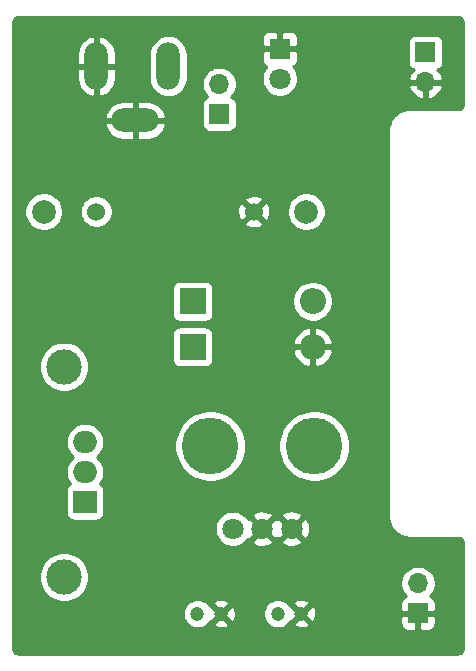
<source format=gbl>
G04 #@! TF.GenerationSoftware,KiCad,Pcbnew,(5.1.10)-1*
G04 #@! TF.CreationDate,2021-12-28T21:38:16-08:00*
G04 #@! TF.ProjectId,breadboardPower,62726561-6462-46f6-9172-64506f776572,rev?*
G04 #@! TF.SameCoordinates,Original*
G04 #@! TF.FileFunction,Copper,L2,Bot*
G04 #@! TF.FilePolarity,Positive*
%FSLAX46Y46*%
G04 Gerber Fmt 4.6, Leading zero omitted, Abs format (unit mm)*
G04 Created by KiCad (PCBNEW (5.1.10)-1) date 2021-12-28 21:38:16*
%MOMM*%
%LPD*%
G01*
G04 APERTURE LIST*
G04 #@! TA.AperFunction,ComponentPad*
%ADD10C,4.800000*%
G04 #@! TD*
G04 #@! TA.AperFunction,ComponentPad*
%ADD11C,1.800000*%
G04 #@! TD*
G04 #@! TA.AperFunction,ComponentPad*
%ADD12O,1.700000X1.700000*%
G04 #@! TD*
G04 #@! TA.AperFunction,ComponentPad*
%ADD13R,1.700000X1.700000*%
G04 #@! TD*
G04 #@! TA.AperFunction,ComponentPad*
%ADD14C,2.000000*%
G04 #@! TD*
G04 #@! TA.AperFunction,ComponentPad*
%ADD15C,1.524000*%
G04 #@! TD*
G04 #@! TA.AperFunction,ComponentPad*
%ADD16C,3.000000*%
G04 #@! TD*
G04 #@! TA.AperFunction,ComponentPad*
%ADD17O,2.000000X1.905000*%
G04 #@! TD*
G04 #@! TA.AperFunction,ComponentPad*
%ADD18R,2.000000X1.905000*%
G04 #@! TD*
G04 #@! TA.AperFunction,ComponentPad*
%ADD19C,1.200000*%
G04 #@! TD*
G04 #@! TA.AperFunction,ComponentPad*
%ADD20O,4.000000X2.000000*%
G04 #@! TD*
G04 #@! TA.AperFunction,ComponentPad*
%ADD21O,2.000000X4.000000*%
G04 #@! TD*
G04 #@! TA.AperFunction,ComponentPad*
%ADD22O,2.200000X2.200000*%
G04 #@! TD*
G04 #@! TA.AperFunction,ComponentPad*
%ADD23R,2.200000X2.200000*%
G04 #@! TD*
G04 #@! TA.AperFunction,ComponentPad*
%ADD24R,1.800000X1.800000*%
G04 #@! TD*
G04 #@! TA.AperFunction,Conductor*
%ADD25C,0.254000*%
G04 #@! TD*
G04 #@! TA.AperFunction,Conductor*
%ADD26C,0.100000*%
G04 #@! TD*
G04 APERTURE END LIST*
D10*
X95800000Y-98460800D03*
X87000000Y-98460800D03*
D11*
X93900000Y-105460800D03*
X91400000Y-105460800D03*
X88900000Y-105460800D03*
D12*
X87757000Y-67818000D03*
D13*
X87757000Y-70358000D03*
D14*
X72898000Y-78613000D03*
X95123000Y-78613000D03*
D15*
X77343000Y-78613000D03*
X90678000Y-78613000D03*
D16*
X74612500Y-91747500D03*
X74612500Y-109547500D03*
D17*
X76390500Y-98107499D03*
X76390500Y-100647499D03*
D18*
X76390500Y-103187499D03*
D19*
X87915500Y-112649000D03*
X85915500Y-112649000D03*
X94710000Y-112649000D03*
X92710000Y-112649000D03*
D12*
X105219500Y-67665600D03*
D13*
X105219500Y-65125600D03*
D12*
X104584500Y-110082000D03*
D13*
X104584500Y-112622000D03*
D20*
X80643000Y-70894000D03*
D21*
X83443000Y-66294000D03*
X77343000Y-66294000D03*
D22*
X95656400Y-90068400D03*
D23*
X85496400Y-90068400D03*
D22*
X95656400Y-86207600D03*
D23*
X85496400Y-86207600D03*
D11*
X92881902Y-67367211D03*
D24*
X92881902Y-64827211D03*
D25*
X108038324Y-62164945D02*
X108123274Y-62190593D01*
X108201637Y-62232259D01*
X108270408Y-62288348D01*
X108326976Y-62356727D01*
X108369185Y-62434790D01*
X108395428Y-62519566D01*
X108408000Y-62639188D01*
X108408001Y-69435486D01*
X108396055Y-69557324D01*
X108370406Y-69642276D01*
X108328741Y-69720637D01*
X108272654Y-69789406D01*
X108204273Y-69845976D01*
X108126206Y-69888187D01*
X108041435Y-69914428D01*
X107921812Y-69927000D01*
X103852353Y-69927000D01*
X103822950Y-69929896D01*
X103815938Y-69929847D01*
X103806420Y-69930780D01*
X103584568Y-69954097D01*
X103523757Y-69966580D01*
X103462763Y-69978215D01*
X103453613Y-69980978D01*
X103453609Y-69980979D01*
X103453606Y-69980980D01*
X103453607Y-69980980D01*
X103240510Y-70046944D01*
X103183256Y-70071012D01*
X103125712Y-70094261D01*
X103117267Y-70098751D01*
X102921039Y-70204851D01*
X102869567Y-70239570D01*
X102817620Y-70273563D01*
X102810208Y-70279608D01*
X102638326Y-70421801D01*
X102594562Y-70465871D01*
X102550221Y-70509293D01*
X102544125Y-70516662D01*
X102403135Y-70689532D01*
X102368772Y-70741252D01*
X102333700Y-70792474D01*
X102329151Y-70800887D01*
X102224424Y-70997850D01*
X102200764Y-71055255D01*
X102176309Y-71112312D01*
X102173481Y-71121449D01*
X102109005Y-71335002D01*
X102096956Y-71395856D01*
X102084037Y-71456634D01*
X102083037Y-71466146D01*
X102061269Y-71688157D01*
X102061269Y-71688173D01*
X102058001Y-71721353D01*
X102058000Y-104427646D01*
X102060896Y-104457049D01*
X102060847Y-104464062D01*
X102061780Y-104473580D01*
X102085097Y-104695432D01*
X102097582Y-104756256D01*
X102109215Y-104817236D01*
X102111979Y-104826392D01*
X102177944Y-105039490D01*
X102202001Y-105096719D01*
X102225261Y-105154289D01*
X102229751Y-105162734D01*
X102335852Y-105358961D01*
X102370553Y-105410407D01*
X102404563Y-105462380D01*
X102410608Y-105469792D01*
X102552801Y-105641674D01*
X102596854Y-105685421D01*
X102640292Y-105729778D01*
X102647662Y-105735875D01*
X102820531Y-105876865D01*
X102872236Y-105911218D01*
X102923473Y-105946300D01*
X102931886Y-105950849D01*
X103128850Y-106055576D01*
X103186255Y-106079236D01*
X103243312Y-106103691D01*
X103252449Y-106106519D01*
X103466002Y-106170995D01*
X103526863Y-106183046D01*
X103587635Y-106195963D01*
X103597147Y-106196963D01*
X103819157Y-106218731D01*
X103819163Y-106218731D01*
X103852353Y-106222000D01*
X107916497Y-106222000D01*
X108038324Y-106233945D01*
X108123274Y-106259593D01*
X108201637Y-106301259D01*
X108270408Y-106357348D01*
X108326976Y-106425727D01*
X108369185Y-106503790D01*
X108395428Y-106588566D01*
X108408000Y-106708188D01*
X108408001Y-115536486D01*
X108396055Y-115658324D01*
X108370406Y-115743276D01*
X108328741Y-115821637D01*
X108272654Y-115890406D01*
X108204273Y-115946976D01*
X108126206Y-115989187D01*
X108041435Y-116015428D01*
X107921812Y-116028000D01*
X70772504Y-116028000D01*
X70650676Y-116016055D01*
X70565724Y-115990406D01*
X70487363Y-115948741D01*
X70418594Y-115892654D01*
X70362024Y-115824273D01*
X70319813Y-115746206D01*
X70293572Y-115661435D01*
X70281000Y-115541812D01*
X70281000Y-112527363D01*
X84680500Y-112527363D01*
X84680500Y-112770637D01*
X84727960Y-113009236D01*
X84821057Y-113233992D01*
X84956213Y-113436267D01*
X85128233Y-113608287D01*
X85330508Y-113743443D01*
X85555264Y-113836540D01*
X85793863Y-113884000D01*
X86037137Y-113884000D01*
X86275736Y-113836540D01*
X86500492Y-113743443D01*
X86702767Y-113608287D01*
X86812290Y-113498764D01*
X87245341Y-113498764D01*
X87292648Y-113722348D01*
X87514016Y-113823237D01*
X87750813Y-113879000D01*
X87993938Y-113887495D01*
X88234049Y-113848395D01*
X88461918Y-113763202D01*
X88538352Y-113722348D01*
X88585659Y-113498764D01*
X87915500Y-112828605D01*
X87245341Y-113498764D01*
X86812290Y-113498764D01*
X86874787Y-113436267D01*
X86966996Y-113298267D01*
X87065736Y-113319159D01*
X87735895Y-112649000D01*
X88095105Y-112649000D01*
X88765264Y-113319159D01*
X88988848Y-113271852D01*
X89089737Y-113050484D01*
X89145500Y-112813687D01*
X89153995Y-112570562D01*
X89146961Y-112527363D01*
X91475000Y-112527363D01*
X91475000Y-112770637D01*
X91522460Y-113009236D01*
X91615557Y-113233992D01*
X91750713Y-113436267D01*
X91922733Y-113608287D01*
X92125008Y-113743443D01*
X92349764Y-113836540D01*
X92588363Y-113884000D01*
X92831637Y-113884000D01*
X93070236Y-113836540D01*
X93294992Y-113743443D01*
X93497267Y-113608287D01*
X93606790Y-113498764D01*
X94039841Y-113498764D01*
X94087148Y-113722348D01*
X94308516Y-113823237D01*
X94545313Y-113879000D01*
X94788438Y-113887495D01*
X95028549Y-113848395D01*
X95256418Y-113763202D01*
X95332852Y-113722348D01*
X95380159Y-113498764D01*
X95353395Y-113472000D01*
X103096428Y-113472000D01*
X103108688Y-113596482D01*
X103144998Y-113716180D01*
X103203963Y-113826494D01*
X103283315Y-113923185D01*
X103380006Y-114002537D01*
X103490320Y-114061502D01*
X103610018Y-114097812D01*
X103734500Y-114110072D01*
X104298750Y-114107000D01*
X104457500Y-113948250D01*
X104457500Y-112749000D01*
X104711500Y-112749000D01*
X104711500Y-113948250D01*
X104870250Y-114107000D01*
X105434500Y-114110072D01*
X105558982Y-114097812D01*
X105678680Y-114061502D01*
X105788994Y-114002537D01*
X105885685Y-113923185D01*
X105965037Y-113826494D01*
X106024002Y-113716180D01*
X106060312Y-113596482D01*
X106072572Y-113472000D01*
X106069500Y-112907750D01*
X105910750Y-112749000D01*
X104711500Y-112749000D01*
X104457500Y-112749000D01*
X103258250Y-112749000D01*
X103099500Y-112907750D01*
X103096428Y-113472000D01*
X95353395Y-113472000D01*
X94710000Y-112828605D01*
X94039841Y-113498764D01*
X93606790Y-113498764D01*
X93669287Y-113436267D01*
X93761496Y-113298267D01*
X93860236Y-113319159D01*
X94530395Y-112649000D01*
X94889605Y-112649000D01*
X95559764Y-113319159D01*
X95783348Y-113271852D01*
X95884237Y-113050484D01*
X95940000Y-112813687D01*
X95948495Y-112570562D01*
X95909395Y-112330451D01*
X95824202Y-112102582D01*
X95783348Y-112026148D01*
X95559764Y-111978841D01*
X94889605Y-112649000D01*
X94530395Y-112649000D01*
X93860236Y-111978841D01*
X93761496Y-111999733D01*
X93669287Y-111861733D01*
X93606790Y-111799236D01*
X94039841Y-111799236D01*
X94710000Y-112469395D01*
X95380159Y-111799236D01*
X95374397Y-111772000D01*
X103096428Y-111772000D01*
X103099500Y-112336250D01*
X103258250Y-112495000D01*
X104457500Y-112495000D01*
X104457500Y-112475000D01*
X104711500Y-112475000D01*
X104711500Y-112495000D01*
X105910750Y-112495000D01*
X106069500Y-112336250D01*
X106072572Y-111772000D01*
X106060312Y-111647518D01*
X106024002Y-111527820D01*
X105965037Y-111417506D01*
X105885685Y-111320815D01*
X105788994Y-111241463D01*
X105678680Y-111182498D01*
X105606120Y-111160487D01*
X105737975Y-111028632D01*
X105900490Y-110785411D01*
X106012432Y-110515158D01*
X106069500Y-110228260D01*
X106069500Y-109935740D01*
X106012432Y-109648842D01*
X105900490Y-109378589D01*
X105737975Y-109135368D01*
X105531132Y-108928525D01*
X105287911Y-108766010D01*
X105017658Y-108654068D01*
X104730760Y-108597000D01*
X104438240Y-108597000D01*
X104151342Y-108654068D01*
X103881089Y-108766010D01*
X103637868Y-108928525D01*
X103431025Y-109135368D01*
X103268510Y-109378589D01*
X103156568Y-109648842D01*
X103099500Y-109935740D01*
X103099500Y-110228260D01*
X103156568Y-110515158D01*
X103268510Y-110785411D01*
X103431025Y-111028632D01*
X103562880Y-111160487D01*
X103490320Y-111182498D01*
X103380006Y-111241463D01*
X103283315Y-111320815D01*
X103203963Y-111417506D01*
X103144998Y-111527820D01*
X103108688Y-111647518D01*
X103096428Y-111772000D01*
X95374397Y-111772000D01*
X95332852Y-111575652D01*
X95111484Y-111474763D01*
X94874687Y-111419000D01*
X94631562Y-111410505D01*
X94391451Y-111449605D01*
X94163582Y-111534798D01*
X94087148Y-111575652D01*
X94039841Y-111799236D01*
X93606790Y-111799236D01*
X93497267Y-111689713D01*
X93294992Y-111554557D01*
X93070236Y-111461460D01*
X92831637Y-111414000D01*
X92588363Y-111414000D01*
X92349764Y-111461460D01*
X92125008Y-111554557D01*
X91922733Y-111689713D01*
X91750713Y-111861733D01*
X91615557Y-112064008D01*
X91522460Y-112288764D01*
X91475000Y-112527363D01*
X89146961Y-112527363D01*
X89114895Y-112330451D01*
X89029702Y-112102582D01*
X88988848Y-112026148D01*
X88765264Y-111978841D01*
X88095105Y-112649000D01*
X87735895Y-112649000D01*
X87065736Y-111978841D01*
X86966996Y-111999733D01*
X86874787Y-111861733D01*
X86812290Y-111799236D01*
X87245341Y-111799236D01*
X87915500Y-112469395D01*
X88585659Y-111799236D01*
X88538352Y-111575652D01*
X88316984Y-111474763D01*
X88080187Y-111419000D01*
X87837062Y-111410505D01*
X87596951Y-111449605D01*
X87369082Y-111534798D01*
X87292648Y-111575652D01*
X87245341Y-111799236D01*
X86812290Y-111799236D01*
X86702767Y-111689713D01*
X86500492Y-111554557D01*
X86275736Y-111461460D01*
X86037137Y-111414000D01*
X85793863Y-111414000D01*
X85555264Y-111461460D01*
X85330508Y-111554557D01*
X85128233Y-111689713D01*
X84956213Y-111861733D01*
X84821057Y-112064008D01*
X84727960Y-112288764D01*
X84680500Y-112527363D01*
X70281000Y-112527363D01*
X70281000Y-109337221D01*
X72477500Y-109337221D01*
X72477500Y-109757779D01*
X72559547Y-110170256D01*
X72720488Y-110558802D01*
X72954137Y-110908483D01*
X73251517Y-111205863D01*
X73601198Y-111439512D01*
X73989744Y-111600453D01*
X74402221Y-111682500D01*
X74822779Y-111682500D01*
X75235256Y-111600453D01*
X75623802Y-111439512D01*
X75973483Y-111205863D01*
X76270863Y-110908483D01*
X76504512Y-110558802D01*
X76665453Y-110170256D01*
X76747500Y-109757779D01*
X76747500Y-109337221D01*
X76665453Y-108924744D01*
X76504512Y-108536198D01*
X76270863Y-108186517D01*
X75973483Y-107889137D01*
X75623802Y-107655488D01*
X75235256Y-107494547D01*
X74822779Y-107412500D01*
X74402221Y-107412500D01*
X73989744Y-107494547D01*
X73601198Y-107655488D01*
X73251517Y-107889137D01*
X72954137Y-108186517D01*
X72720488Y-108536198D01*
X72559547Y-108924744D01*
X72477500Y-109337221D01*
X70281000Y-109337221D01*
X70281000Y-105309616D01*
X87365000Y-105309616D01*
X87365000Y-105611984D01*
X87423989Y-105908543D01*
X87539701Y-106187895D01*
X87707688Y-106439305D01*
X87921495Y-106653112D01*
X88172905Y-106821099D01*
X88452257Y-106936811D01*
X88748816Y-106995800D01*
X89051184Y-106995800D01*
X89347743Y-106936811D01*
X89627095Y-106821099D01*
X89878505Y-106653112D01*
X90006737Y-106524880D01*
X90515525Y-106524880D01*
X90599208Y-106779061D01*
X90871775Y-106909958D01*
X91164642Y-106985165D01*
X91466553Y-107001791D01*
X91765907Y-106959197D01*
X92051199Y-106859022D01*
X92200792Y-106779061D01*
X92284475Y-106524880D01*
X93015525Y-106524880D01*
X93099208Y-106779061D01*
X93371775Y-106909958D01*
X93664642Y-106985165D01*
X93966553Y-107001791D01*
X94265907Y-106959197D01*
X94551199Y-106859022D01*
X94700792Y-106779061D01*
X94784475Y-106524880D01*
X93900000Y-105640405D01*
X93015525Y-106524880D01*
X92284475Y-106524880D01*
X91400000Y-105640405D01*
X90515525Y-106524880D01*
X90006737Y-106524880D01*
X90092312Y-106439305D01*
X90187738Y-106296490D01*
X90335920Y-106345275D01*
X91220395Y-105460800D01*
X91579605Y-105460800D01*
X92464080Y-106345275D01*
X92650000Y-106284065D01*
X92835920Y-106345275D01*
X93720395Y-105460800D01*
X94079605Y-105460800D01*
X94964080Y-106345275D01*
X95218261Y-106261592D01*
X95349158Y-105989025D01*
X95424365Y-105696158D01*
X95440991Y-105394247D01*
X95398397Y-105094893D01*
X95298222Y-104809601D01*
X95218261Y-104660008D01*
X94964080Y-104576325D01*
X94079605Y-105460800D01*
X93720395Y-105460800D01*
X92835920Y-104576325D01*
X92650000Y-104637535D01*
X92464080Y-104576325D01*
X91579605Y-105460800D01*
X91220395Y-105460800D01*
X90335920Y-104576325D01*
X90187738Y-104625110D01*
X90092312Y-104482295D01*
X90006737Y-104396720D01*
X90515525Y-104396720D01*
X91400000Y-105281195D01*
X92284475Y-104396720D01*
X93015525Y-104396720D01*
X93900000Y-105281195D01*
X94784475Y-104396720D01*
X94700792Y-104142539D01*
X94428225Y-104011642D01*
X94135358Y-103936435D01*
X93833447Y-103919809D01*
X93534093Y-103962403D01*
X93248801Y-104062578D01*
X93099208Y-104142539D01*
X93015525Y-104396720D01*
X92284475Y-104396720D01*
X92200792Y-104142539D01*
X91928225Y-104011642D01*
X91635358Y-103936435D01*
X91333447Y-103919809D01*
X91034093Y-103962403D01*
X90748801Y-104062578D01*
X90599208Y-104142539D01*
X90515525Y-104396720D01*
X90006737Y-104396720D01*
X89878505Y-104268488D01*
X89627095Y-104100501D01*
X89347743Y-103984789D01*
X89051184Y-103925800D01*
X88748816Y-103925800D01*
X88452257Y-103984789D01*
X88172905Y-104100501D01*
X87921495Y-104268488D01*
X87707688Y-104482295D01*
X87539701Y-104733705D01*
X87423989Y-105013057D01*
X87365000Y-105309616D01*
X70281000Y-105309616D01*
X70281000Y-98107499D01*
X74747819Y-98107499D01*
X74778470Y-98418703D01*
X74869245Y-98717948D01*
X75016655Y-98993734D01*
X75215037Y-99235462D01*
X75388109Y-99377499D01*
X75215037Y-99519536D01*
X75016655Y-99761264D01*
X74869245Y-100037050D01*
X74778470Y-100336295D01*
X74747819Y-100647499D01*
X74778470Y-100958703D01*
X74869245Y-101257948D01*
X75016655Y-101533734D01*
X75119946Y-101659594D01*
X75036006Y-101704462D01*
X74939315Y-101783814D01*
X74859963Y-101880505D01*
X74800998Y-101990819D01*
X74764688Y-102110517D01*
X74752428Y-102234999D01*
X74752428Y-104139999D01*
X74764688Y-104264481D01*
X74800998Y-104384179D01*
X74859963Y-104494493D01*
X74939315Y-104591184D01*
X75036006Y-104670536D01*
X75146320Y-104729501D01*
X75266018Y-104765811D01*
X75390500Y-104778071D01*
X77390500Y-104778071D01*
X77514982Y-104765811D01*
X77634680Y-104729501D01*
X77744994Y-104670536D01*
X77841685Y-104591184D01*
X77921037Y-104494493D01*
X77980002Y-104384179D01*
X78016312Y-104264481D01*
X78028572Y-104139999D01*
X78028572Y-102234999D01*
X78016312Y-102110517D01*
X77980002Y-101990819D01*
X77921037Y-101880505D01*
X77841685Y-101783814D01*
X77744994Y-101704462D01*
X77661054Y-101659594D01*
X77764345Y-101533734D01*
X77911755Y-101257948D01*
X78002530Y-100958703D01*
X78033181Y-100647499D01*
X78002530Y-100336295D01*
X77911755Y-100037050D01*
X77764345Y-99761264D01*
X77565963Y-99519536D01*
X77392891Y-99377499D01*
X77565963Y-99235462D01*
X77764345Y-98993734D01*
X77911755Y-98717948D01*
X78002530Y-98418703D01*
X78027825Y-98161879D01*
X83965000Y-98161879D01*
X83965000Y-98759721D01*
X84081633Y-99346077D01*
X84310418Y-99898412D01*
X84642562Y-100395500D01*
X85065300Y-100818238D01*
X85562388Y-101150382D01*
X86114723Y-101379167D01*
X86701079Y-101495800D01*
X87298921Y-101495800D01*
X87885277Y-101379167D01*
X88437612Y-101150382D01*
X88934700Y-100818238D01*
X89357438Y-100395500D01*
X89689582Y-99898412D01*
X89918367Y-99346077D01*
X90035000Y-98759721D01*
X90035000Y-98161879D01*
X92765000Y-98161879D01*
X92765000Y-98759721D01*
X92881633Y-99346077D01*
X93110418Y-99898412D01*
X93442562Y-100395500D01*
X93865300Y-100818238D01*
X94362388Y-101150382D01*
X94914723Y-101379167D01*
X95501079Y-101495800D01*
X96098921Y-101495800D01*
X96685277Y-101379167D01*
X97237612Y-101150382D01*
X97734700Y-100818238D01*
X98157438Y-100395500D01*
X98489582Y-99898412D01*
X98718367Y-99346077D01*
X98835000Y-98759721D01*
X98835000Y-98161879D01*
X98718367Y-97575523D01*
X98489582Y-97023188D01*
X98157438Y-96526100D01*
X97734700Y-96103362D01*
X97237612Y-95771218D01*
X96685277Y-95542433D01*
X96098921Y-95425800D01*
X95501079Y-95425800D01*
X94914723Y-95542433D01*
X94362388Y-95771218D01*
X93865300Y-96103362D01*
X93442562Y-96526100D01*
X93110418Y-97023188D01*
X92881633Y-97575523D01*
X92765000Y-98161879D01*
X90035000Y-98161879D01*
X89918367Y-97575523D01*
X89689582Y-97023188D01*
X89357438Y-96526100D01*
X88934700Y-96103362D01*
X88437612Y-95771218D01*
X87885277Y-95542433D01*
X87298921Y-95425800D01*
X86701079Y-95425800D01*
X86114723Y-95542433D01*
X85562388Y-95771218D01*
X85065300Y-96103362D01*
X84642562Y-96526100D01*
X84310418Y-97023188D01*
X84081633Y-97575523D01*
X83965000Y-98161879D01*
X78027825Y-98161879D01*
X78033181Y-98107499D01*
X78002530Y-97796295D01*
X77911755Y-97497050D01*
X77764345Y-97221264D01*
X77565963Y-96979536D01*
X77324235Y-96781154D01*
X77048449Y-96633744D01*
X76749204Y-96542969D01*
X76515986Y-96519999D01*
X76265014Y-96519999D01*
X76031796Y-96542969D01*
X75732551Y-96633744D01*
X75456765Y-96781154D01*
X75215037Y-96979536D01*
X75016655Y-97221264D01*
X74869245Y-97497050D01*
X74778470Y-97796295D01*
X74747819Y-98107499D01*
X70281000Y-98107499D01*
X70281000Y-91537221D01*
X72477500Y-91537221D01*
X72477500Y-91957779D01*
X72559547Y-92370256D01*
X72720488Y-92758802D01*
X72954137Y-93108483D01*
X73251517Y-93405863D01*
X73601198Y-93639512D01*
X73989744Y-93800453D01*
X74402221Y-93882500D01*
X74822779Y-93882500D01*
X75235256Y-93800453D01*
X75623802Y-93639512D01*
X75973483Y-93405863D01*
X76270863Y-93108483D01*
X76504512Y-92758802D01*
X76665453Y-92370256D01*
X76747500Y-91957779D01*
X76747500Y-91537221D01*
X76665453Y-91124744D01*
X76504512Y-90736198D01*
X76270863Y-90386517D01*
X75973483Y-90089137D01*
X75623802Y-89855488D01*
X75235256Y-89694547D01*
X74822779Y-89612500D01*
X74402221Y-89612500D01*
X73989744Y-89694547D01*
X73601198Y-89855488D01*
X73251517Y-90089137D01*
X72954137Y-90386517D01*
X72720488Y-90736198D01*
X72559547Y-91124744D01*
X72477500Y-91537221D01*
X70281000Y-91537221D01*
X70281000Y-88968400D01*
X83758328Y-88968400D01*
X83758328Y-91168400D01*
X83770588Y-91292882D01*
X83806898Y-91412580D01*
X83865863Y-91522894D01*
X83945215Y-91619585D01*
X84041906Y-91698937D01*
X84152220Y-91757902D01*
X84271918Y-91794212D01*
X84396400Y-91806472D01*
X86596400Y-91806472D01*
X86720882Y-91794212D01*
X86840580Y-91757902D01*
X86950894Y-91698937D01*
X87047585Y-91619585D01*
X87126937Y-91522894D01*
X87185902Y-91412580D01*
X87222212Y-91292882D01*
X87234472Y-91168400D01*
X87234472Y-90464522D01*
X93967225Y-90464522D01*
X94031825Y-90677494D01*
X94181869Y-90982729D01*
X94388578Y-91252827D01*
X94644009Y-91477408D01*
X94938346Y-91647842D01*
X95260277Y-91757579D01*
X95529400Y-91640000D01*
X95529400Y-90195400D01*
X95783400Y-90195400D01*
X95783400Y-91640000D01*
X96052523Y-91757579D01*
X96374454Y-91647842D01*
X96668791Y-91477408D01*
X96924222Y-91252827D01*
X97130931Y-90982729D01*
X97280975Y-90677494D01*
X97345575Y-90464522D01*
X97227525Y-90195400D01*
X95783400Y-90195400D01*
X95529400Y-90195400D01*
X94085275Y-90195400D01*
X93967225Y-90464522D01*
X87234472Y-90464522D01*
X87234472Y-89672278D01*
X93967225Y-89672278D01*
X94085275Y-89941400D01*
X95529400Y-89941400D01*
X95529400Y-88496800D01*
X95783400Y-88496800D01*
X95783400Y-89941400D01*
X97227525Y-89941400D01*
X97345575Y-89672278D01*
X97280975Y-89459306D01*
X97130931Y-89154071D01*
X96924222Y-88883973D01*
X96668791Y-88659392D01*
X96374454Y-88488958D01*
X96052523Y-88379221D01*
X95783400Y-88496800D01*
X95529400Y-88496800D01*
X95260277Y-88379221D01*
X94938346Y-88488958D01*
X94644009Y-88659392D01*
X94388578Y-88883973D01*
X94181869Y-89154071D01*
X94031825Y-89459306D01*
X93967225Y-89672278D01*
X87234472Y-89672278D01*
X87234472Y-88968400D01*
X87222212Y-88843918D01*
X87185902Y-88724220D01*
X87126937Y-88613906D01*
X87047585Y-88517215D01*
X86950894Y-88437863D01*
X86840580Y-88378898D01*
X86720882Y-88342588D01*
X86596400Y-88330328D01*
X84396400Y-88330328D01*
X84271918Y-88342588D01*
X84152220Y-88378898D01*
X84041906Y-88437863D01*
X83945215Y-88517215D01*
X83865863Y-88613906D01*
X83806898Y-88724220D01*
X83770588Y-88843918D01*
X83758328Y-88968400D01*
X70281000Y-88968400D01*
X70281000Y-85107600D01*
X83758328Y-85107600D01*
X83758328Y-87307600D01*
X83770588Y-87432082D01*
X83806898Y-87551780D01*
X83865863Y-87662094D01*
X83945215Y-87758785D01*
X84041906Y-87838137D01*
X84152220Y-87897102D01*
X84271918Y-87933412D01*
X84396400Y-87945672D01*
X86596400Y-87945672D01*
X86720882Y-87933412D01*
X86840580Y-87897102D01*
X86950894Y-87838137D01*
X87047585Y-87758785D01*
X87126937Y-87662094D01*
X87185902Y-87551780D01*
X87222212Y-87432082D01*
X87234472Y-87307600D01*
X87234472Y-86036717D01*
X93921400Y-86036717D01*
X93921400Y-86378483D01*
X93988075Y-86713681D01*
X94118863Y-87029431D01*
X94308737Y-87313598D01*
X94550402Y-87555263D01*
X94834569Y-87745137D01*
X95150319Y-87875925D01*
X95485517Y-87942600D01*
X95827283Y-87942600D01*
X96162481Y-87875925D01*
X96478231Y-87745137D01*
X96762398Y-87555263D01*
X97004063Y-87313598D01*
X97193937Y-87029431D01*
X97324725Y-86713681D01*
X97391400Y-86378483D01*
X97391400Y-86036717D01*
X97324725Y-85701519D01*
X97193937Y-85385769D01*
X97004063Y-85101602D01*
X96762398Y-84859937D01*
X96478231Y-84670063D01*
X96162481Y-84539275D01*
X95827283Y-84472600D01*
X95485517Y-84472600D01*
X95150319Y-84539275D01*
X94834569Y-84670063D01*
X94550402Y-84859937D01*
X94308737Y-85101602D01*
X94118863Y-85385769D01*
X93988075Y-85701519D01*
X93921400Y-86036717D01*
X87234472Y-86036717D01*
X87234472Y-85107600D01*
X87222212Y-84983118D01*
X87185902Y-84863420D01*
X87126937Y-84753106D01*
X87047585Y-84656415D01*
X86950894Y-84577063D01*
X86840580Y-84518098D01*
X86720882Y-84481788D01*
X86596400Y-84469528D01*
X84396400Y-84469528D01*
X84271918Y-84481788D01*
X84152220Y-84518098D01*
X84041906Y-84577063D01*
X83945215Y-84656415D01*
X83865863Y-84753106D01*
X83806898Y-84863420D01*
X83770588Y-84983118D01*
X83758328Y-85107600D01*
X70281000Y-85107600D01*
X70281000Y-78451967D01*
X71263000Y-78451967D01*
X71263000Y-78774033D01*
X71325832Y-79089912D01*
X71449082Y-79387463D01*
X71628013Y-79655252D01*
X71855748Y-79882987D01*
X72123537Y-80061918D01*
X72421088Y-80185168D01*
X72736967Y-80248000D01*
X73059033Y-80248000D01*
X73374912Y-80185168D01*
X73672463Y-80061918D01*
X73940252Y-79882987D01*
X74167987Y-79655252D01*
X74346918Y-79387463D01*
X74470168Y-79089912D01*
X74533000Y-78774033D01*
X74533000Y-78475408D01*
X75946000Y-78475408D01*
X75946000Y-78750592D01*
X75999686Y-79020490D01*
X76104995Y-79274727D01*
X76257880Y-79503535D01*
X76452465Y-79698120D01*
X76681273Y-79851005D01*
X76935510Y-79956314D01*
X77205408Y-80010000D01*
X77480592Y-80010000D01*
X77750490Y-79956314D01*
X78004727Y-79851005D01*
X78233535Y-79698120D01*
X78353090Y-79578565D01*
X89892040Y-79578565D01*
X89959020Y-79818656D01*
X90208048Y-79935756D01*
X90475135Y-80002023D01*
X90750017Y-80014910D01*
X91022133Y-79973922D01*
X91281023Y-79880636D01*
X91396980Y-79818656D01*
X91463960Y-79578565D01*
X90678000Y-78792605D01*
X89892040Y-79578565D01*
X78353090Y-79578565D01*
X78428120Y-79503535D01*
X78581005Y-79274727D01*
X78686314Y-79020490D01*
X78740000Y-78750592D01*
X78740000Y-78685017D01*
X89276090Y-78685017D01*
X89317078Y-78957133D01*
X89410364Y-79216023D01*
X89472344Y-79331980D01*
X89712435Y-79398960D01*
X90498395Y-78613000D01*
X90857605Y-78613000D01*
X91643565Y-79398960D01*
X91883656Y-79331980D01*
X92000756Y-79082952D01*
X92067023Y-78815865D01*
X92079910Y-78540983D01*
X92066502Y-78451967D01*
X93488000Y-78451967D01*
X93488000Y-78774033D01*
X93550832Y-79089912D01*
X93674082Y-79387463D01*
X93853013Y-79655252D01*
X94080748Y-79882987D01*
X94348537Y-80061918D01*
X94646088Y-80185168D01*
X94961967Y-80248000D01*
X95284033Y-80248000D01*
X95599912Y-80185168D01*
X95897463Y-80061918D01*
X96165252Y-79882987D01*
X96392987Y-79655252D01*
X96571918Y-79387463D01*
X96695168Y-79089912D01*
X96758000Y-78774033D01*
X96758000Y-78451967D01*
X96695168Y-78136088D01*
X96571918Y-77838537D01*
X96392987Y-77570748D01*
X96165252Y-77343013D01*
X95897463Y-77164082D01*
X95599912Y-77040832D01*
X95284033Y-76978000D01*
X94961967Y-76978000D01*
X94646088Y-77040832D01*
X94348537Y-77164082D01*
X94080748Y-77343013D01*
X93853013Y-77570748D01*
X93674082Y-77838537D01*
X93550832Y-78136088D01*
X93488000Y-78451967D01*
X92066502Y-78451967D01*
X92038922Y-78268867D01*
X91945636Y-78009977D01*
X91883656Y-77894020D01*
X91643565Y-77827040D01*
X90857605Y-78613000D01*
X90498395Y-78613000D01*
X89712435Y-77827040D01*
X89472344Y-77894020D01*
X89355244Y-78143048D01*
X89288977Y-78410135D01*
X89276090Y-78685017D01*
X78740000Y-78685017D01*
X78740000Y-78475408D01*
X78686314Y-78205510D01*
X78581005Y-77951273D01*
X78428120Y-77722465D01*
X78353090Y-77647435D01*
X89892040Y-77647435D01*
X90678000Y-78433395D01*
X91463960Y-77647435D01*
X91396980Y-77407344D01*
X91147952Y-77290244D01*
X90880865Y-77223977D01*
X90605983Y-77211090D01*
X90333867Y-77252078D01*
X90074977Y-77345364D01*
X89959020Y-77407344D01*
X89892040Y-77647435D01*
X78353090Y-77647435D01*
X78233535Y-77527880D01*
X78004727Y-77374995D01*
X77750490Y-77269686D01*
X77480592Y-77216000D01*
X77205408Y-77216000D01*
X76935510Y-77269686D01*
X76681273Y-77374995D01*
X76452465Y-77527880D01*
X76257880Y-77722465D01*
X76104995Y-77951273D01*
X75999686Y-78205510D01*
X75946000Y-78475408D01*
X74533000Y-78475408D01*
X74533000Y-78451967D01*
X74470168Y-78136088D01*
X74346918Y-77838537D01*
X74167987Y-77570748D01*
X73940252Y-77343013D01*
X73672463Y-77164082D01*
X73374912Y-77040832D01*
X73059033Y-76978000D01*
X72736967Y-76978000D01*
X72421088Y-77040832D01*
X72123537Y-77164082D01*
X71855748Y-77343013D01*
X71628013Y-77570748D01*
X71449082Y-77838537D01*
X71325832Y-78136088D01*
X71263000Y-78451967D01*
X70281000Y-78451967D01*
X70281000Y-71274434D01*
X78052876Y-71274434D01*
X78083856Y-71402355D01*
X78212990Y-71696761D01*
X78397078Y-71960317D01*
X78629046Y-72182895D01*
X78899980Y-72355942D01*
X79199468Y-72472807D01*
X79516000Y-72529000D01*
X80516000Y-72529000D01*
X80516000Y-71021000D01*
X80770000Y-71021000D01*
X80770000Y-72529000D01*
X81770000Y-72529000D01*
X82086532Y-72472807D01*
X82386020Y-72355942D01*
X82656954Y-72182895D01*
X82888922Y-71960317D01*
X83073010Y-71696761D01*
X83202144Y-71402355D01*
X83233124Y-71274434D01*
X83113777Y-71021000D01*
X80770000Y-71021000D01*
X80516000Y-71021000D01*
X78172223Y-71021000D01*
X78052876Y-71274434D01*
X70281000Y-71274434D01*
X70281000Y-70513566D01*
X78052876Y-70513566D01*
X78172223Y-70767000D01*
X80516000Y-70767000D01*
X80516000Y-69259000D01*
X80770000Y-69259000D01*
X80770000Y-70767000D01*
X83113777Y-70767000D01*
X83233124Y-70513566D01*
X83202144Y-70385645D01*
X83073010Y-70091239D01*
X82888922Y-69827683D01*
X82656954Y-69605105D01*
X82504920Y-69508000D01*
X86268928Y-69508000D01*
X86268928Y-71208000D01*
X86281188Y-71332482D01*
X86317498Y-71452180D01*
X86376463Y-71562494D01*
X86455815Y-71659185D01*
X86552506Y-71738537D01*
X86662820Y-71797502D01*
X86782518Y-71833812D01*
X86907000Y-71846072D01*
X88607000Y-71846072D01*
X88731482Y-71833812D01*
X88851180Y-71797502D01*
X88961494Y-71738537D01*
X89058185Y-71659185D01*
X89137537Y-71562494D01*
X89196502Y-71452180D01*
X89232812Y-71332482D01*
X89245072Y-71208000D01*
X89245072Y-69508000D01*
X89232812Y-69383518D01*
X89196502Y-69263820D01*
X89137537Y-69153506D01*
X89058185Y-69056815D01*
X88961494Y-68977463D01*
X88851180Y-68918498D01*
X88778620Y-68896487D01*
X88910475Y-68764632D01*
X89072990Y-68521411D01*
X89184932Y-68251158D01*
X89242000Y-67964260D01*
X89242000Y-67671740D01*
X89184932Y-67384842D01*
X89072990Y-67114589D01*
X88910475Y-66871368D01*
X88703632Y-66664525D01*
X88460411Y-66502010D01*
X88190158Y-66390068D01*
X87903260Y-66333000D01*
X87610740Y-66333000D01*
X87323842Y-66390068D01*
X87053589Y-66502010D01*
X86810368Y-66664525D01*
X86603525Y-66871368D01*
X86441010Y-67114589D01*
X86329068Y-67384842D01*
X86272000Y-67671740D01*
X86272000Y-67964260D01*
X86329068Y-68251158D01*
X86441010Y-68521411D01*
X86603525Y-68764632D01*
X86735380Y-68896487D01*
X86662820Y-68918498D01*
X86552506Y-68977463D01*
X86455815Y-69056815D01*
X86376463Y-69153506D01*
X86317498Y-69263820D01*
X86281188Y-69383518D01*
X86268928Y-69508000D01*
X82504920Y-69508000D01*
X82386020Y-69432058D01*
X82086532Y-69315193D01*
X81770000Y-69259000D01*
X80770000Y-69259000D01*
X80516000Y-69259000D01*
X79516000Y-69259000D01*
X79199468Y-69315193D01*
X78899980Y-69432058D01*
X78629046Y-69605105D01*
X78397078Y-69827683D01*
X78212990Y-70091239D01*
X78083856Y-70385645D01*
X78052876Y-70513566D01*
X70281000Y-70513566D01*
X70281000Y-66421000D01*
X75708000Y-66421000D01*
X75708000Y-67421000D01*
X75764193Y-67737532D01*
X75881058Y-68037020D01*
X76054105Y-68307954D01*
X76276683Y-68539922D01*
X76540239Y-68724010D01*
X76834645Y-68853144D01*
X76962566Y-68884124D01*
X77216000Y-68764777D01*
X77216000Y-66421000D01*
X77470000Y-66421000D01*
X77470000Y-68764777D01*
X77723434Y-68884124D01*
X77851355Y-68853144D01*
X78145761Y-68724010D01*
X78409317Y-68539922D01*
X78631895Y-68307954D01*
X78804942Y-68037020D01*
X78921807Y-67737532D01*
X78978000Y-67421000D01*
X78978000Y-66421000D01*
X77470000Y-66421000D01*
X77216000Y-66421000D01*
X75708000Y-66421000D01*
X70281000Y-66421000D01*
X70281000Y-65167000D01*
X75708000Y-65167000D01*
X75708000Y-66167000D01*
X77216000Y-66167000D01*
X77216000Y-63823223D01*
X77470000Y-63823223D01*
X77470000Y-66167000D01*
X78978000Y-66167000D01*
X78978000Y-65213679D01*
X81808000Y-65213679D01*
X81808001Y-67374322D01*
X81831658Y-67614516D01*
X81925149Y-67922715D01*
X82076970Y-68206752D01*
X82281287Y-68455714D01*
X82530249Y-68660031D01*
X82814286Y-68811852D01*
X83122485Y-68905343D01*
X83443000Y-68936911D01*
X83763516Y-68905343D01*
X84071715Y-68811852D01*
X84355752Y-68660031D01*
X84604714Y-68455714D01*
X84809031Y-68206752D01*
X84960852Y-67922715D01*
X85054343Y-67614516D01*
X85078000Y-67374322D01*
X85078000Y-65727211D01*
X91343830Y-65727211D01*
X91356090Y-65851693D01*
X91392400Y-65971391D01*
X91451365Y-66081705D01*
X91530717Y-66178396D01*
X91627408Y-66257748D01*
X91737722Y-66316713D01*
X91756029Y-66322267D01*
X91689590Y-66388706D01*
X91521603Y-66640116D01*
X91405891Y-66919468D01*
X91346902Y-67216027D01*
X91346902Y-67518395D01*
X91405891Y-67814954D01*
X91521603Y-68094306D01*
X91689590Y-68345716D01*
X91903397Y-68559523D01*
X92154807Y-68727510D01*
X92434159Y-68843222D01*
X92730718Y-68902211D01*
X93033086Y-68902211D01*
X93329645Y-68843222D01*
X93608997Y-68727510D01*
X93860407Y-68559523D01*
X94074214Y-68345716D01*
X94242201Y-68094306D01*
X94271948Y-68022490D01*
X103778024Y-68022490D01*
X103822675Y-68169699D01*
X103947859Y-68432520D01*
X104121912Y-68665869D01*
X104338145Y-68860778D01*
X104588248Y-69009757D01*
X104862609Y-69107081D01*
X105092500Y-68986414D01*
X105092500Y-67792600D01*
X105346500Y-67792600D01*
X105346500Y-68986414D01*
X105576391Y-69107081D01*
X105850752Y-69009757D01*
X106100855Y-68860778D01*
X106317088Y-68665869D01*
X106491141Y-68432520D01*
X106616325Y-68169699D01*
X106660976Y-68022490D01*
X106539655Y-67792600D01*
X105346500Y-67792600D01*
X105092500Y-67792600D01*
X103899345Y-67792600D01*
X103778024Y-68022490D01*
X94271948Y-68022490D01*
X94357913Y-67814954D01*
X94416902Y-67518395D01*
X94416902Y-67216027D01*
X94357913Y-66919468D01*
X94242201Y-66640116D01*
X94074214Y-66388706D01*
X94007775Y-66322267D01*
X94026082Y-66316713D01*
X94136396Y-66257748D01*
X94233087Y-66178396D01*
X94312439Y-66081705D01*
X94371404Y-65971391D01*
X94407714Y-65851693D01*
X94419974Y-65727211D01*
X94416902Y-65112961D01*
X94258152Y-64954211D01*
X93008902Y-64954211D01*
X93008902Y-64974211D01*
X92754902Y-64974211D01*
X92754902Y-64954211D01*
X91505652Y-64954211D01*
X91346902Y-65112961D01*
X91343830Y-65727211D01*
X85078000Y-65727211D01*
X85078000Y-65213678D01*
X85054343Y-64973484D01*
X84960852Y-64665285D01*
X84809031Y-64381248D01*
X84604714Y-64132286D01*
X84355751Y-63927969D01*
X84354333Y-63927211D01*
X91343830Y-63927211D01*
X91346902Y-64541461D01*
X91505652Y-64700211D01*
X92754902Y-64700211D01*
X92754902Y-63450961D01*
X93008902Y-63450961D01*
X93008902Y-64700211D01*
X94258152Y-64700211D01*
X94416902Y-64541461D01*
X94418231Y-64275600D01*
X103731428Y-64275600D01*
X103731428Y-65975600D01*
X103743688Y-66100082D01*
X103779998Y-66219780D01*
X103838963Y-66330094D01*
X103918315Y-66426785D01*
X104015006Y-66506137D01*
X104125320Y-66565102D01*
X104205966Y-66589566D01*
X104121912Y-66665331D01*
X103947859Y-66898680D01*
X103822675Y-67161501D01*
X103778024Y-67308710D01*
X103899345Y-67538600D01*
X105092500Y-67538600D01*
X105092500Y-67518600D01*
X105346500Y-67518600D01*
X105346500Y-67538600D01*
X106539655Y-67538600D01*
X106660976Y-67308710D01*
X106616325Y-67161501D01*
X106491141Y-66898680D01*
X106317088Y-66665331D01*
X106233034Y-66589566D01*
X106313680Y-66565102D01*
X106423994Y-66506137D01*
X106520685Y-66426785D01*
X106600037Y-66330094D01*
X106659002Y-66219780D01*
X106695312Y-66100082D01*
X106707572Y-65975600D01*
X106707572Y-64275600D01*
X106695312Y-64151118D01*
X106659002Y-64031420D01*
X106600037Y-63921106D01*
X106520685Y-63824415D01*
X106423994Y-63745063D01*
X106313680Y-63686098D01*
X106193982Y-63649788D01*
X106069500Y-63637528D01*
X104369500Y-63637528D01*
X104245018Y-63649788D01*
X104125320Y-63686098D01*
X104015006Y-63745063D01*
X103918315Y-63824415D01*
X103838963Y-63921106D01*
X103779998Y-64031420D01*
X103743688Y-64151118D01*
X103731428Y-64275600D01*
X94418231Y-64275600D01*
X94419974Y-63927211D01*
X94407714Y-63802729D01*
X94371404Y-63683031D01*
X94312439Y-63572717D01*
X94233087Y-63476026D01*
X94136396Y-63396674D01*
X94026082Y-63337709D01*
X93906384Y-63301399D01*
X93781902Y-63289139D01*
X93167652Y-63292211D01*
X93008902Y-63450961D01*
X92754902Y-63450961D01*
X92596152Y-63292211D01*
X91981902Y-63289139D01*
X91857420Y-63301399D01*
X91737722Y-63337709D01*
X91627408Y-63396674D01*
X91530717Y-63476026D01*
X91451365Y-63572717D01*
X91392400Y-63683031D01*
X91356090Y-63802729D01*
X91343830Y-63927211D01*
X84354333Y-63927211D01*
X84071714Y-63776148D01*
X83763515Y-63682657D01*
X83443000Y-63651089D01*
X83122484Y-63682657D01*
X82814285Y-63776148D01*
X82530248Y-63927969D01*
X82281286Y-64132286D01*
X82076969Y-64381249D01*
X81925148Y-64665286D01*
X81831657Y-64973485D01*
X81808000Y-65213679D01*
X78978000Y-65213679D01*
X78978000Y-65167000D01*
X78921807Y-64850468D01*
X78804942Y-64550980D01*
X78631895Y-64280046D01*
X78409317Y-64048078D01*
X78145761Y-63863990D01*
X77851355Y-63734856D01*
X77723434Y-63703876D01*
X77470000Y-63823223D01*
X77216000Y-63823223D01*
X76962566Y-63703876D01*
X76834645Y-63734856D01*
X76540239Y-63863990D01*
X76276683Y-64048078D01*
X76054105Y-64280046D01*
X75881058Y-64550980D01*
X75764193Y-64850468D01*
X75708000Y-65167000D01*
X70281000Y-65167000D01*
X70281000Y-62644503D01*
X70292945Y-62522676D01*
X70318593Y-62437726D01*
X70360259Y-62359363D01*
X70416348Y-62290592D01*
X70484727Y-62234024D01*
X70562790Y-62191815D01*
X70647566Y-62165572D01*
X70767188Y-62153000D01*
X107916497Y-62153000D01*
X108038324Y-62164945D01*
G04 #@! TA.AperFunction,Conductor*
D26*
G36*
X108038324Y-62164945D02*
G01*
X108123274Y-62190593D01*
X108201637Y-62232259D01*
X108270408Y-62288348D01*
X108326976Y-62356727D01*
X108369185Y-62434790D01*
X108395428Y-62519566D01*
X108408000Y-62639188D01*
X108408001Y-69435486D01*
X108396055Y-69557324D01*
X108370406Y-69642276D01*
X108328741Y-69720637D01*
X108272654Y-69789406D01*
X108204273Y-69845976D01*
X108126206Y-69888187D01*
X108041435Y-69914428D01*
X107921812Y-69927000D01*
X103852353Y-69927000D01*
X103822950Y-69929896D01*
X103815938Y-69929847D01*
X103806420Y-69930780D01*
X103584568Y-69954097D01*
X103523757Y-69966580D01*
X103462763Y-69978215D01*
X103453613Y-69980978D01*
X103453609Y-69980979D01*
X103453606Y-69980980D01*
X103453607Y-69980980D01*
X103240510Y-70046944D01*
X103183256Y-70071012D01*
X103125712Y-70094261D01*
X103117267Y-70098751D01*
X102921039Y-70204851D01*
X102869567Y-70239570D01*
X102817620Y-70273563D01*
X102810208Y-70279608D01*
X102638326Y-70421801D01*
X102594562Y-70465871D01*
X102550221Y-70509293D01*
X102544125Y-70516662D01*
X102403135Y-70689532D01*
X102368772Y-70741252D01*
X102333700Y-70792474D01*
X102329151Y-70800887D01*
X102224424Y-70997850D01*
X102200764Y-71055255D01*
X102176309Y-71112312D01*
X102173481Y-71121449D01*
X102109005Y-71335002D01*
X102096956Y-71395856D01*
X102084037Y-71456634D01*
X102083037Y-71466146D01*
X102061269Y-71688157D01*
X102061269Y-71688173D01*
X102058001Y-71721353D01*
X102058000Y-104427646D01*
X102060896Y-104457049D01*
X102060847Y-104464062D01*
X102061780Y-104473580D01*
X102085097Y-104695432D01*
X102097582Y-104756256D01*
X102109215Y-104817236D01*
X102111979Y-104826392D01*
X102177944Y-105039490D01*
X102202001Y-105096719D01*
X102225261Y-105154289D01*
X102229751Y-105162734D01*
X102335852Y-105358961D01*
X102370553Y-105410407D01*
X102404563Y-105462380D01*
X102410608Y-105469792D01*
X102552801Y-105641674D01*
X102596854Y-105685421D01*
X102640292Y-105729778D01*
X102647662Y-105735875D01*
X102820531Y-105876865D01*
X102872236Y-105911218D01*
X102923473Y-105946300D01*
X102931886Y-105950849D01*
X103128850Y-106055576D01*
X103186255Y-106079236D01*
X103243312Y-106103691D01*
X103252449Y-106106519D01*
X103466002Y-106170995D01*
X103526863Y-106183046D01*
X103587635Y-106195963D01*
X103597147Y-106196963D01*
X103819157Y-106218731D01*
X103819163Y-106218731D01*
X103852353Y-106222000D01*
X107916497Y-106222000D01*
X108038324Y-106233945D01*
X108123274Y-106259593D01*
X108201637Y-106301259D01*
X108270408Y-106357348D01*
X108326976Y-106425727D01*
X108369185Y-106503790D01*
X108395428Y-106588566D01*
X108408000Y-106708188D01*
X108408001Y-115536486D01*
X108396055Y-115658324D01*
X108370406Y-115743276D01*
X108328741Y-115821637D01*
X108272654Y-115890406D01*
X108204273Y-115946976D01*
X108126206Y-115989187D01*
X108041435Y-116015428D01*
X107921812Y-116028000D01*
X70772504Y-116028000D01*
X70650676Y-116016055D01*
X70565724Y-115990406D01*
X70487363Y-115948741D01*
X70418594Y-115892654D01*
X70362024Y-115824273D01*
X70319813Y-115746206D01*
X70293572Y-115661435D01*
X70281000Y-115541812D01*
X70281000Y-112527363D01*
X84680500Y-112527363D01*
X84680500Y-112770637D01*
X84727960Y-113009236D01*
X84821057Y-113233992D01*
X84956213Y-113436267D01*
X85128233Y-113608287D01*
X85330508Y-113743443D01*
X85555264Y-113836540D01*
X85793863Y-113884000D01*
X86037137Y-113884000D01*
X86275736Y-113836540D01*
X86500492Y-113743443D01*
X86702767Y-113608287D01*
X86812290Y-113498764D01*
X87245341Y-113498764D01*
X87292648Y-113722348D01*
X87514016Y-113823237D01*
X87750813Y-113879000D01*
X87993938Y-113887495D01*
X88234049Y-113848395D01*
X88461918Y-113763202D01*
X88538352Y-113722348D01*
X88585659Y-113498764D01*
X87915500Y-112828605D01*
X87245341Y-113498764D01*
X86812290Y-113498764D01*
X86874787Y-113436267D01*
X86966996Y-113298267D01*
X87065736Y-113319159D01*
X87735895Y-112649000D01*
X88095105Y-112649000D01*
X88765264Y-113319159D01*
X88988848Y-113271852D01*
X89089737Y-113050484D01*
X89145500Y-112813687D01*
X89153995Y-112570562D01*
X89146961Y-112527363D01*
X91475000Y-112527363D01*
X91475000Y-112770637D01*
X91522460Y-113009236D01*
X91615557Y-113233992D01*
X91750713Y-113436267D01*
X91922733Y-113608287D01*
X92125008Y-113743443D01*
X92349764Y-113836540D01*
X92588363Y-113884000D01*
X92831637Y-113884000D01*
X93070236Y-113836540D01*
X93294992Y-113743443D01*
X93497267Y-113608287D01*
X93606790Y-113498764D01*
X94039841Y-113498764D01*
X94087148Y-113722348D01*
X94308516Y-113823237D01*
X94545313Y-113879000D01*
X94788438Y-113887495D01*
X95028549Y-113848395D01*
X95256418Y-113763202D01*
X95332852Y-113722348D01*
X95380159Y-113498764D01*
X95353395Y-113472000D01*
X103096428Y-113472000D01*
X103108688Y-113596482D01*
X103144998Y-113716180D01*
X103203963Y-113826494D01*
X103283315Y-113923185D01*
X103380006Y-114002537D01*
X103490320Y-114061502D01*
X103610018Y-114097812D01*
X103734500Y-114110072D01*
X104298750Y-114107000D01*
X104457500Y-113948250D01*
X104457500Y-112749000D01*
X104711500Y-112749000D01*
X104711500Y-113948250D01*
X104870250Y-114107000D01*
X105434500Y-114110072D01*
X105558982Y-114097812D01*
X105678680Y-114061502D01*
X105788994Y-114002537D01*
X105885685Y-113923185D01*
X105965037Y-113826494D01*
X106024002Y-113716180D01*
X106060312Y-113596482D01*
X106072572Y-113472000D01*
X106069500Y-112907750D01*
X105910750Y-112749000D01*
X104711500Y-112749000D01*
X104457500Y-112749000D01*
X103258250Y-112749000D01*
X103099500Y-112907750D01*
X103096428Y-113472000D01*
X95353395Y-113472000D01*
X94710000Y-112828605D01*
X94039841Y-113498764D01*
X93606790Y-113498764D01*
X93669287Y-113436267D01*
X93761496Y-113298267D01*
X93860236Y-113319159D01*
X94530395Y-112649000D01*
X94889605Y-112649000D01*
X95559764Y-113319159D01*
X95783348Y-113271852D01*
X95884237Y-113050484D01*
X95940000Y-112813687D01*
X95948495Y-112570562D01*
X95909395Y-112330451D01*
X95824202Y-112102582D01*
X95783348Y-112026148D01*
X95559764Y-111978841D01*
X94889605Y-112649000D01*
X94530395Y-112649000D01*
X93860236Y-111978841D01*
X93761496Y-111999733D01*
X93669287Y-111861733D01*
X93606790Y-111799236D01*
X94039841Y-111799236D01*
X94710000Y-112469395D01*
X95380159Y-111799236D01*
X95374397Y-111772000D01*
X103096428Y-111772000D01*
X103099500Y-112336250D01*
X103258250Y-112495000D01*
X104457500Y-112495000D01*
X104457500Y-112475000D01*
X104711500Y-112475000D01*
X104711500Y-112495000D01*
X105910750Y-112495000D01*
X106069500Y-112336250D01*
X106072572Y-111772000D01*
X106060312Y-111647518D01*
X106024002Y-111527820D01*
X105965037Y-111417506D01*
X105885685Y-111320815D01*
X105788994Y-111241463D01*
X105678680Y-111182498D01*
X105606120Y-111160487D01*
X105737975Y-111028632D01*
X105900490Y-110785411D01*
X106012432Y-110515158D01*
X106069500Y-110228260D01*
X106069500Y-109935740D01*
X106012432Y-109648842D01*
X105900490Y-109378589D01*
X105737975Y-109135368D01*
X105531132Y-108928525D01*
X105287911Y-108766010D01*
X105017658Y-108654068D01*
X104730760Y-108597000D01*
X104438240Y-108597000D01*
X104151342Y-108654068D01*
X103881089Y-108766010D01*
X103637868Y-108928525D01*
X103431025Y-109135368D01*
X103268510Y-109378589D01*
X103156568Y-109648842D01*
X103099500Y-109935740D01*
X103099500Y-110228260D01*
X103156568Y-110515158D01*
X103268510Y-110785411D01*
X103431025Y-111028632D01*
X103562880Y-111160487D01*
X103490320Y-111182498D01*
X103380006Y-111241463D01*
X103283315Y-111320815D01*
X103203963Y-111417506D01*
X103144998Y-111527820D01*
X103108688Y-111647518D01*
X103096428Y-111772000D01*
X95374397Y-111772000D01*
X95332852Y-111575652D01*
X95111484Y-111474763D01*
X94874687Y-111419000D01*
X94631562Y-111410505D01*
X94391451Y-111449605D01*
X94163582Y-111534798D01*
X94087148Y-111575652D01*
X94039841Y-111799236D01*
X93606790Y-111799236D01*
X93497267Y-111689713D01*
X93294992Y-111554557D01*
X93070236Y-111461460D01*
X92831637Y-111414000D01*
X92588363Y-111414000D01*
X92349764Y-111461460D01*
X92125008Y-111554557D01*
X91922733Y-111689713D01*
X91750713Y-111861733D01*
X91615557Y-112064008D01*
X91522460Y-112288764D01*
X91475000Y-112527363D01*
X89146961Y-112527363D01*
X89114895Y-112330451D01*
X89029702Y-112102582D01*
X88988848Y-112026148D01*
X88765264Y-111978841D01*
X88095105Y-112649000D01*
X87735895Y-112649000D01*
X87065736Y-111978841D01*
X86966996Y-111999733D01*
X86874787Y-111861733D01*
X86812290Y-111799236D01*
X87245341Y-111799236D01*
X87915500Y-112469395D01*
X88585659Y-111799236D01*
X88538352Y-111575652D01*
X88316984Y-111474763D01*
X88080187Y-111419000D01*
X87837062Y-111410505D01*
X87596951Y-111449605D01*
X87369082Y-111534798D01*
X87292648Y-111575652D01*
X87245341Y-111799236D01*
X86812290Y-111799236D01*
X86702767Y-111689713D01*
X86500492Y-111554557D01*
X86275736Y-111461460D01*
X86037137Y-111414000D01*
X85793863Y-111414000D01*
X85555264Y-111461460D01*
X85330508Y-111554557D01*
X85128233Y-111689713D01*
X84956213Y-111861733D01*
X84821057Y-112064008D01*
X84727960Y-112288764D01*
X84680500Y-112527363D01*
X70281000Y-112527363D01*
X70281000Y-109337221D01*
X72477500Y-109337221D01*
X72477500Y-109757779D01*
X72559547Y-110170256D01*
X72720488Y-110558802D01*
X72954137Y-110908483D01*
X73251517Y-111205863D01*
X73601198Y-111439512D01*
X73989744Y-111600453D01*
X74402221Y-111682500D01*
X74822779Y-111682500D01*
X75235256Y-111600453D01*
X75623802Y-111439512D01*
X75973483Y-111205863D01*
X76270863Y-110908483D01*
X76504512Y-110558802D01*
X76665453Y-110170256D01*
X76747500Y-109757779D01*
X76747500Y-109337221D01*
X76665453Y-108924744D01*
X76504512Y-108536198D01*
X76270863Y-108186517D01*
X75973483Y-107889137D01*
X75623802Y-107655488D01*
X75235256Y-107494547D01*
X74822779Y-107412500D01*
X74402221Y-107412500D01*
X73989744Y-107494547D01*
X73601198Y-107655488D01*
X73251517Y-107889137D01*
X72954137Y-108186517D01*
X72720488Y-108536198D01*
X72559547Y-108924744D01*
X72477500Y-109337221D01*
X70281000Y-109337221D01*
X70281000Y-105309616D01*
X87365000Y-105309616D01*
X87365000Y-105611984D01*
X87423989Y-105908543D01*
X87539701Y-106187895D01*
X87707688Y-106439305D01*
X87921495Y-106653112D01*
X88172905Y-106821099D01*
X88452257Y-106936811D01*
X88748816Y-106995800D01*
X89051184Y-106995800D01*
X89347743Y-106936811D01*
X89627095Y-106821099D01*
X89878505Y-106653112D01*
X90006737Y-106524880D01*
X90515525Y-106524880D01*
X90599208Y-106779061D01*
X90871775Y-106909958D01*
X91164642Y-106985165D01*
X91466553Y-107001791D01*
X91765907Y-106959197D01*
X92051199Y-106859022D01*
X92200792Y-106779061D01*
X92284475Y-106524880D01*
X93015525Y-106524880D01*
X93099208Y-106779061D01*
X93371775Y-106909958D01*
X93664642Y-106985165D01*
X93966553Y-107001791D01*
X94265907Y-106959197D01*
X94551199Y-106859022D01*
X94700792Y-106779061D01*
X94784475Y-106524880D01*
X93900000Y-105640405D01*
X93015525Y-106524880D01*
X92284475Y-106524880D01*
X91400000Y-105640405D01*
X90515525Y-106524880D01*
X90006737Y-106524880D01*
X90092312Y-106439305D01*
X90187738Y-106296490D01*
X90335920Y-106345275D01*
X91220395Y-105460800D01*
X91579605Y-105460800D01*
X92464080Y-106345275D01*
X92650000Y-106284065D01*
X92835920Y-106345275D01*
X93720395Y-105460800D01*
X94079605Y-105460800D01*
X94964080Y-106345275D01*
X95218261Y-106261592D01*
X95349158Y-105989025D01*
X95424365Y-105696158D01*
X95440991Y-105394247D01*
X95398397Y-105094893D01*
X95298222Y-104809601D01*
X95218261Y-104660008D01*
X94964080Y-104576325D01*
X94079605Y-105460800D01*
X93720395Y-105460800D01*
X92835920Y-104576325D01*
X92650000Y-104637535D01*
X92464080Y-104576325D01*
X91579605Y-105460800D01*
X91220395Y-105460800D01*
X90335920Y-104576325D01*
X90187738Y-104625110D01*
X90092312Y-104482295D01*
X90006737Y-104396720D01*
X90515525Y-104396720D01*
X91400000Y-105281195D01*
X92284475Y-104396720D01*
X93015525Y-104396720D01*
X93900000Y-105281195D01*
X94784475Y-104396720D01*
X94700792Y-104142539D01*
X94428225Y-104011642D01*
X94135358Y-103936435D01*
X93833447Y-103919809D01*
X93534093Y-103962403D01*
X93248801Y-104062578D01*
X93099208Y-104142539D01*
X93015525Y-104396720D01*
X92284475Y-104396720D01*
X92200792Y-104142539D01*
X91928225Y-104011642D01*
X91635358Y-103936435D01*
X91333447Y-103919809D01*
X91034093Y-103962403D01*
X90748801Y-104062578D01*
X90599208Y-104142539D01*
X90515525Y-104396720D01*
X90006737Y-104396720D01*
X89878505Y-104268488D01*
X89627095Y-104100501D01*
X89347743Y-103984789D01*
X89051184Y-103925800D01*
X88748816Y-103925800D01*
X88452257Y-103984789D01*
X88172905Y-104100501D01*
X87921495Y-104268488D01*
X87707688Y-104482295D01*
X87539701Y-104733705D01*
X87423989Y-105013057D01*
X87365000Y-105309616D01*
X70281000Y-105309616D01*
X70281000Y-98107499D01*
X74747819Y-98107499D01*
X74778470Y-98418703D01*
X74869245Y-98717948D01*
X75016655Y-98993734D01*
X75215037Y-99235462D01*
X75388109Y-99377499D01*
X75215037Y-99519536D01*
X75016655Y-99761264D01*
X74869245Y-100037050D01*
X74778470Y-100336295D01*
X74747819Y-100647499D01*
X74778470Y-100958703D01*
X74869245Y-101257948D01*
X75016655Y-101533734D01*
X75119946Y-101659594D01*
X75036006Y-101704462D01*
X74939315Y-101783814D01*
X74859963Y-101880505D01*
X74800998Y-101990819D01*
X74764688Y-102110517D01*
X74752428Y-102234999D01*
X74752428Y-104139999D01*
X74764688Y-104264481D01*
X74800998Y-104384179D01*
X74859963Y-104494493D01*
X74939315Y-104591184D01*
X75036006Y-104670536D01*
X75146320Y-104729501D01*
X75266018Y-104765811D01*
X75390500Y-104778071D01*
X77390500Y-104778071D01*
X77514982Y-104765811D01*
X77634680Y-104729501D01*
X77744994Y-104670536D01*
X77841685Y-104591184D01*
X77921037Y-104494493D01*
X77980002Y-104384179D01*
X78016312Y-104264481D01*
X78028572Y-104139999D01*
X78028572Y-102234999D01*
X78016312Y-102110517D01*
X77980002Y-101990819D01*
X77921037Y-101880505D01*
X77841685Y-101783814D01*
X77744994Y-101704462D01*
X77661054Y-101659594D01*
X77764345Y-101533734D01*
X77911755Y-101257948D01*
X78002530Y-100958703D01*
X78033181Y-100647499D01*
X78002530Y-100336295D01*
X77911755Y-100037050D01*
X77764345Y-99761264D01*
X77565963Y-99519536D01*
X77392891Y-99377499D01*
X77565963Y-99235462D01*
X77764345Y-98993734D01*
X77911755Y-98717948D01*
X78002530Y-98418703D01*
X78027825Y-98161879D01*
X83965000Y-98161879D01*
X83965000Y-98759721D01*
X84081633Y-99346077D01*
X84310418Y-99898412D01*
X84642562Y-100395500D01*
X85065300Y-100818238D01*
X85562388Y-101150382D01*
X86114723Y-101379167D01*
X86701079Y-101495800D01*
X87298921Y-101495800D01*
X87885277Y-101379167D01*
X88437612Y-101150382D01*
X88934700Y-100818238D01*
X89357438Y-100395500D01*
X89689582Y-99898412D01*
X89918367Y-99346077D01*
X90035000Y-98759721D01*
X90035000Y-98161879D01*
X92765000Y-98161879D01*
X92765000Y-98759721D01*
X92881633Y-99346077D01*
X93110418Y-99898412D01*
X93442562Y-100395500D01*
X93865300Y-100818238D01*
X94362388Y-101150382D01*
X94914723Y-101379167D01*
X95501079Y-101495800D01*
X96098921Y-101495800D01*
X96685277Y-101379167D01*
X97237612Y-101150382D01*
X97734700Y-100818238D01*
X98157438Y-100395500D01*
X98489582Y-99898412D01*
X98718367Y-99346077D01*
X98835000Y-98759721D01*
X98835000Y-98161879D01*
X98718367Y-97575523D01*
X98489582Y-97023188D01*
X98157438Y-96526100D01*
X97734700Y-96103362D01*
X97237612Y-95771218D01*
X96685277Y-95542433D01*
X96098921Y-95425800D01*
X95501079Y-95425800D01*
X94914723Y-95542433D01*
X94362388Y-95771218D01*
X93865300Y-96103362D01*
X93442562Y-96526100D01*
X93110418Y-97023188D01*
X92881633Y-97575523D01*
X92765000Y-98161879D01*
X90035000Y-98161879D01*
X89918367Y-97575523D01*
X89689582Y-97023188D01*
X89357438Y-96526100D01*
X88934700Y-96103362D01*
X88437612Y-95771218D01*
X87885277Y-95542433D01*
X87298921Y-95425800D01*
X86701079Y-95425800D01*
X86114723Y-95542433D01*
X85562388Y-95771218D01*
X85065300Y-96103362D01*
X84642562Y-96526100D01*
X84310418Y-97023188D01*
X84081633Y-97575523D01*
X83965000Y-98161879D01*
X78027825Y-98161879D01*
X78033181Y-98107499D01*
X78002530Y-97796295D01*
X77911755Y-97497050D01*
X77764345Y-97221264D01*
X77565963Y-96979536D01*
X77324235Y-96781154D01*
X77048449Y-96633744D01*
X76749204Y-96542969D01*
X76515986Y-96519999D01*
X76265014Y-96519999D01*
X76031796Y-96542969D01*
X75732551Y-96633744D01*
X75456765Y-96781154D01*
X75215037Y-96979536D01*
X75016655Y-97221264D01*
X74869245Y-97497050D01*
X74778470Y-97796295D01*
X74747819Y-98107499D01*
X70281000Y-98107499D01*
X70281000Y-91537221D01*
X72477500Y-91537221D01*
X72477500Y-91957779D01*
X72559547Y-92370256D01*
X72720488Y-92758802D01*
X72954137Y-93108483D01*
X73251517Y-93405863D01*
X73601198Y-93639512D01*
X73989744Y-93800453D01*
X74402221Y-93882500D01*
X74822779Y-93882500D01*
X75235256Y-93800453D01*
X75623802Y-93639512D01*
X75973483Y-93405863D01*
X76270863Y-93108483D01*
X76504512Y-92758802D01*
X76665453Y-92370256D01*
X76747500Y-91957779D01*
X76747500Y-91537221D01*
X76665453Y-91124744D01*
X76504512Y-90736198D01*
X76270863Y-90386517D01*
X75973483Y-90089137D01*
X75623802Y-89855488D01*
X75235256Y-89694547D01*
X74822779Y-89612500D01*
X74402221Y-89612500D01*
X73989744Y-89694547D01*
X73601198Y-89855488D01*
X73251517Y-90089137D01*
X72954137Y-90386517D01*
X72720488Y-90736198D01*
X72559547Y-91124744D01*
X72477500Y-91537221D01*
X70281000Y-91537221D01*
X70281000Y-88968400D01*
X83758328Y-88968400D01*
X83758328Y-91168400D01*
X83770588Y-91292882D01*
X83806898Y-91412580D01*
X83865863Y-91522894D01*
X83945215Y-91619585D01*
X84041906Y-91698937D01*
X84152220Y-91757902D01*
X84271918Y-91794212D01*
X84396400Y-91806472D01*
X86596400Y-91806472D01*
X86720882Y-91794212D01*
X86840580Y-91757902D01*
X86950894Y-91698937D01*
X87047585Y-91619585D01*
X87126937Y-91522894D01*
X87185902Y-91412580D01*
X87222212Y-91292882D01*
X87234472Y-91168400D01*
X87234472Y-90464522D01*
X93967225Y-90464522D01*
X94031825Y-90677494D01*
X94181869Y-90982729D01*
X94388578Y-91252827D01*
X94644009Y-91477408D01*
X94938346Y-91647842D01*
X95260277Y-91757579D01*
X95529400Y-91640000D01*
X95529400Y-90195400D01*
X95783400Y-90195400D01*
X95783400Y-91640000D01*
X96052523Y-91757579D01*
X96374454Y-91647842D01*
X96668791Y-91477408D01*
X96924222Y-91252827D01*
X97130931Y-90982729D01*
X97280975Y-90677494D01*
X97345575Y-90464522D01*
X97227525Y-90195400D01*
X95783400Y-90195400D01*
X95529400Y-90195400D01*
X94085275Y-90195400D01*
X93967225Y-90464522D01*
X87234472Y-90464522D01*
X87234472Y-89672278D01*
X93967225Y-89672278D01*
X94085275Y-89941400D01*
X95529400Y-89941400D01*
X95529400Y-88496800D01*
X95783400Y-88496800D01*
X95783400Y-89941400D01*
X97227525Y-89941400D01*
X97345575Y-89672278D01*
X97280975Y-89459306D01*
X97130931Y-89154071D01*
X96924222Y-88883973D01*
X96668791Y-88659392D01*
X96374454Y-88488958D01*
X96052523Y-88379221D01*
X95783400Y-88496800D01*
X95529400Y-88496800D01*
X95260277Y-88379221D01*
X94938346Y-88488958D01*
X94644009Y-88659392D01*
X94388578Y-88883973D01*
X94181869Y-89154071D01*
X94031825Y-89459306D01*
X93967225Y-89672278D01*
X87234472Y-89672278D01*
X87234472Y-88968400D01*
X87222212Y-88843918D01*
X87185902Y-88724220D01*
X87126937Y-88613906D01*
X87047585Y-88517215D01*
X86950894Y-88437863D01*
X86840580Y-88378898D01*
X86720882Y-88342588D01*
X86596400Y-88330328D01*
X84396400Y-88330328D01*
X84271918Y-88342588D01*
X84152220Y-88378898D01*
X84041906Y-88437863D01*
X83945215Y-88517215D01*
X83865863Y-88613906D01*
X83806898Y-88724220D01*
X83770588Y-88843918D01*
X83758328Y-88968400D01*
X70281000Y-88968400D01*
X70281000Y-85107600D01*
X83758328Y-85107600D01*
X83758328Y-87307600D01*
X83770588Y-87432082D01*
X83806898Y-87551780D01*
X83865863Y-87662094D01*
X83945215Y-87758785D01*
X84041906Y-87838137D01*
X84152220Y-87897102D01*
X84271918Y-87933412D01*
X84396400Y-87945672D01*
X86596400Y-87945672D01*
X86720882Y-87933412D01*
X86840580Y-87897102D01*
X86950894Y-87838137D01*
X87047585Y-87758785D01*
X87126937Y-87662094D01*
X87185902Y-87551780D01*
X87222212Y-87432082D01*
X87234472Y-87307600D01*
X87234472Y-86036717D01*
X93921400Y-86036717D01*
X93921400Y-86378483D01*
X93988075Y-86713681D01*
X94118863Y-87029431D01*
X94308737Y-87313598D01*
X94550402Y-87555263D01*
X94834569Y-87745137D01*
X95150319Y-87875925D01*
X95485517Y-87942600D01*
X95827283Y-87942600D01*
X96162481Y-87875925D01*
X96478231Y-87745137D01*
X96762398Y-87555263D01*
X97004063Y-87313598D01*
X97193937Y-87029431D01*
X97324725Y-86713681D01*
X97391400Y-86378483D01*
X97391400Y-86036717D01*
X97324725Y-85701519D01*
X97193937Y-85385769D01*
X97004063Y-85101602D01*
X96762398Y-84859937D01*
X96478231Y-84670063D01*
X96162481Y-84539275D01*
X95827283Y-84472600D01*
X95485517Y-84472600D01*
X95150319Y-84539275D01*
X94834569Y-84670063D01*
X94550402Y-84859937D01*
X94308737Y-85101602D01*
X94118863Y-85385769D01*
X93988075Y-85701519D01*
X93921400Y-86036717D01*
X87234472Y-86036717D01*
X87234472Y-85107600D01*
X87222212Y-84983118D01*
X87185902Y-84863420D01*
X87126937Y-84753106D01*
X87047585Y-84656415D01*
X86950894Y-84577063D01*
X86840580Y-84518098D01*
X86720882Y-84481788D01*
X86596400Y-84469528D01*
X84396400Y-84469528D01*
X84271918Y-84481788D01*
X84152220Y-84518098D01*
X84041906Y-84577063D01*
X83945215Y-84656415D01*
X83865863Y-84753106D01*
X83806898Y-84863420D01*
X83770588Y-84983118D01*
X83758328Y-85107600D01*
X70281000Y-85107600D01*
X70281000Y-78451967D01*
X71263000Y-78451967D01*
X71263000Y-78774033D01*
X71325832Y-79089912D01*
X71449082Y-79387463D01*
X71628013Y-79655252D01*
X71855748Y-79882987D01*
X72123537Y-80061918D01*
X72421088Y-80185168D01*
X72736967Y-80248000D01*
X73059033Y-80248000D01*
X73374912Y-80185168D01*
X73672463Y-80061918D01*
X73940252Y-79882987D01*
X74167987Y-79655252D01*
X74346918Y-79387463D01*
X74470168Y-79089912D01*
X74533000Y-78774033D01*
X74533000Y-78475408D01*
X75946000Y-78475408D01*
X75946000Y-78750592D01*
X75999686Y-79020490D01*
X76104995Y-79274727D01*
X76257880Y-79503535D01*
X76452465Y-79698120D01*
X76681273Y-79851005D01*
X76935510Y-79956314D01*
X77205408Y-80010000D01*
X77480592Y-80010000D01*
X77750490Y-79956314D01*
X78004727Y-79851005D01*
X78233535Y-79698120D01*
X78353090Y-79578565D01*
X89892040Y-79578565D01*
X89959020Y-79818656D01*
X90208048Y-79935756D01*
X90475135Y-80002023D01*
X90750017Y-80014910D01*
X91022133Y-79973922D01*
X91281023Y-79880636D01*
X91396980Y-79818656D01*
X91463960Y-79578565D01*
X90678000Y-78792605D01*
X89892040Y-79578565D01*
X78353090Y-79578565D01*
X78428120Y-79503535D01*
X78581005Y-79274727D01*
X78686314Y-79020490D01*
X78740000Y-78750592D01*
X78740000Y-78685017D01*
X89276090Y-78685017D01*
X89317078Y-78957133D01*
X89410364Y-79216023D01*
X89472344Y-79331980D01*
X89712435Y-79398960D01*
X90498395Y-78613000D01*
X90857605Y-78613000D01*
X91643565Y-79398960D01*
X91883656Y-79331980D01*
X92000756Y-79082952D01*
X92067023Y-78815865D01*
X92079910Y-78540983D01*
X92066502Y-78451967D01*
X93488000Y-78451967D01*
X93488000Y-78774033D01*
X93550832Y-79089912D01*
X93674082Y-79387463D01*
X93853013Y-79655252D01*
X94080748Y-79882987D01*
X94348537Y-80061918D01*
X94646088Y-80185168D01*
X94961967Y-80248000D01*
X95284033Y-80248000D01*
X95599912Y-80185168D01*
X95897463Y-80061918D01*
X96165252Y-79882987D01*
X96392987Y-79655252D01*
X96571918Y-79387463D01*
X96695168Y-79089912D01*
X96758000Y-78774033D01*
X96758000Y-78451967D01*
X96695168Y-78136088D01*
X96571918Y-77838537D01*
X96392987Y-77570748D01*
X96165252Y-77343013D01*
X95897463Y-77164082D01*
X95599912Y-77040832D01*
X95284033Y-76978000D01*
X94961967Y-76978000D01*
X94646088Y-77040832D01*
X94348537Y-77164082D01*
X94080748Y-77343013D01*
X93853013Y-77570748D01*
X93674082Y-77838537D01*
X93550832Y-78136088D01*
X93488000Y-78451967D01*
X92066502Y-78451967D01*
X92038922Y-78268867D01*
X91945636Y-78009977D01*
X91883656Y-77894020D01*
X91643565Y-77827040D01*
X90857605Y-78613000D01*
X90498395Y-78613000D01*
X89712435Y-77827040D01*
X89472344Y-77894020D01*
X89355244Y-78143048D01*
X89288977Y-78410135D01*
X89276090Y-78685017D01*
X78740000Y-78685017D01*
X78740000Y-78475408D01*
X78686314Y-78205510D01*
X78581005Y-77951273D01*
X78428120Y-77722465D01*
X78353090Y-77647435D01*
X89892040Y-77647435D01*
X90678000Y-78433395D01*
X91463960Y-77647435D01*
X91396980Y-77407344D01*
X91147952Y-77290244D01*
X90880865Y-77223977D01*
X90605983Y-77211090D01*
X90333867Y-77252078D01*
X90074977Y-77345364D01*
X89959020Y-77407344D01*
X89892040Y-77647435D01*
X78353090Y-77647435D01*
X78233535Y-77527880D01*
X78004727Y-77374995D01*
X77750490Y-77269686D01*
X77480592Y-77216000D01*
X77205408Y-77216000D01*
X76935510Y-77269686D01*
X76681273Y-77374995D01*
X76452465Y-77527880D01*
X76257880Y-77722465D01*
X76104995Y-77951273D01*
X75999686Y-78205510D01*
X75946000Y-78475408D01*
X74533000Y-78475408D01*
X74533000Y-78451967D01*
X74470168Y-78136088D01*
X74346918Y-77838537D01*
X74167987Y-77570748D01*
X73940252Y-77343013D01*
X73672463Y-77164082D01*
X73374912Y-77040832D01*
X73059033Y-76978000D01*
X72736967Y-76978000D01*
X72421088Y-77040832D01*
X72123537Y-77164082D01*
X71855748Y-77343013D01*
X71628013Y-77570748D01*
X71449082Y-77838537D01*
X71325832Y-78136088D01*
X71263000Y-78451967D01*
X70281000Y-78451967D01*
X70281000Y-71274434D01*
X78052876Y-71274434D01*
X78083856Y-71402355D01*
X78212990Y-71696761D01*
X78397078Y-71960317D01*
X78629046Y-72182895D01*
X78899980Y-72355942D01*
X79199468Y-72472807D01*
X79516000Y-72529000D01*
X80516000Y-72529000D01*
X80516000Y-71021000D01*
X80770000Y-71021000D01*
X80770000Y-72529000D01*
X81770000Y-72529000D01*
X82086532Y-72472807D01*
X82386020Y-72355942D01*
X82656954Y-72182895D01*
X82888922Y-71960317D01*
X83073010Y-71696761D01*
X83202144Y-71402355D01*
X83233124Y-71274434D01*
X83113777Y-71021000D01*
X80770000Y-71021000D01*
X80516000Y-71021000D01*
X78172223Y-71021000D01*
X78052876Y-71274434D01*
X70281000Y-71274434D01*
X70281000Y-70513566D01*
X78052876Y-70513566D01*
X78172223Y-70767000D01*
X80516000Y-70767000D01*
X80516000Y-69259000D01*
X80770000Y-69259000D01*
X80770000Y-70767000D01*
X83113777Y-70767000D01*
X83233124Y-70513566D01*
X83202144Y-70385645D01*
X83073010Y-70091239D01*
X82888922Y-69827683D01*
X82656954Y-69605105D01*
X82504920Y-69508000D01*
X86268928Y-69508000D01*
X86268928Y-71208000D01*
X86281188Y-71332482D01*
X86317498Y-71452180D01*
X86376463Y-71562494D01*
X86455815Y-71659185D01*
X86552506Y-71738537D01*
X86662820Y-71797502D01*
X86782518Y-71833812D01*
X86907000Y-71846072D01*
X88607000Y-71846072D01*
X88731482Y-71833812D01*
X88851180Y-71797502D01*
X88961494Y-71738537D01*
X89058185Y-71659185D01*
X89137537Y-71562494D01*
X89196502Y-71452180D01*
X89232812Y-71332482D01*
X89245072Y-71208000D01*
X89245072Y-69508000D01*
X89232812Y-69383518D01*
X89196502Y-69263820D01*
X89137537Y-69153506D01*
X89058185Y-69056815D01*
X88961494Y-68977463D01*
X88851180Y-68918498D01*
X88778620Y-68896487D01*
X88910475Y-68764632D01*
X89072990Y-68521411D01*
X89184932Y-68251158D01*
X89242000Y-67964260D01*
X89242000Y-67671740D01*
X89184932Y-67384842D01*
X89072990Y-67114589D01*
X88910475Y-66871368D01*
X88703632Y-66664525D01*
X88460411Y-66502010D01*
X88190158Y-66390068D01*
X87903260Y-66333000D01*
X87610740Y-66333000D01*
X87323842Y-66390068D01*
X87053589Y-66502010D01*
X86810368Y-66664525D01*
X86603525Y-66871368D01*
X86441010Y-67114589D01*
X86329068Y-67384842D01*
X86272000Y-67671740D01*
X86272000Y-67964260D01*
X86329068Y-68251158D01*
X86441010Y-68521411D01*
X86603525Y-68764632D01*
X86735380Y-68896487D01*
X86662820Y-68918498D01*
X86552506Y-68977463D01*
X86455815Y-69056815D01*
X86376463Y-69153506D01*
X86317498Y-69263820D01*
X86281188Y-69383518D01*
X86268928Y-69508000D01*
X82504920Y-69508000D01*
X82386020Y-69432058D01*
X82086532Y-69315193D01*
X81770000Y-69259000D01*
X80770000Y-69259000D01*
X80516000Y-69259000D01*
X79516000Y-69259000D01*
X79199468Y-69315193D01*
X78899980Y-69432058D01*
X78629046Y-69605105D01*
X78397078Y-69827683D01*
X78212990Y-70091239D01*
X78083856Y-70385645D01*
X78052876Y-70513566D01*
X70281000Y-70513566D01*
X70281000Y-66421000D01*
X75708000Y-66421000D01*
X75708000Y-67421000D01*
X75764193Y-67737532D01*
X75881058Y-68037020D01*
X76054105Y-68307954D01*
X76276683Y-68539922D01*
X76540239Y-68724010D01*
X76834645Y-68853144D01*
X76962566Y-68884124D01*
X77216000Y-68764777D01*
X77216000Y-66421000D01*
X77470000Y-66421000D01*
X77470000Y-68764777D01*
X77723434Y-68884124D01*
X77851355Y-68853144D01*
X78145761Y-68724010D01*
X78409317Y-68539922D01*
X78631895Y-68307954D01*
X78804942Y-68037020D01*
X78921807Y-67737532D01*
X78978000Y-67421000D01*
X78978000Y-66421000D01*
X77470000Y-66421000D01*
X77216000Y-66421000D01*
X75708000Y-66421000D01*
X70281000Y-66421000D01*
X70281000Y-65167000D01*
X75708000Y-65167000D01*
X75708000Y-66167000D01*
X77216000Y-66167000D01*
X77216000Y-63823223D01*
X77470000Y-63823223D01*
X77470000Y-66167000D01*
X78978000Y-66167000D01*
X78978000Y-65213679D01*
X81808000Y-65213679D01*
X81808001Y-67374322D01*
X81831658Y-67614516D01*
X81925149Y-67922715D01*
X82076970Y-68206752D01*
X82281287Y-68455714D01*
X82530249Y-68660031D01*
X82814286Y-68811852D01*
X83122485Y-68905343D01*
X83443000Y-68936911D01*
X83763516Y-68905343D01*
X84071715Y-68811852D01*
X84355752Y-68660031D01*
X84604714Y-68455714D01*
X84809031Y-68206752D01*
X84960852Y-67922715D01*
X85054343Y-67614516D01*
X85078000Y-67374322D01*
X85078000Y-65727211D01*
X91343830Y-65727211D01*
X91356090Y-65851693D01*
X91392400Y-65971391D01*
X91451365Y-66081705D01*
X91530717Y-66178396D01*
X91627408Y-66257748D01*
X91737722Y-66316713D01*
X91756029Y-66322267D01*
X91689590Y-66388706D01*
X91521603Y-66640116D01*
X91405891Y-66919468D01*
X91346902Y-67216027D01*
X91346902Y-67518395D01*
X91405891Y-67814954D01*
X91521603Y-68094306D01*
X91689590Y-68345716D01*
X91903397Y-68559523D01*
X92154807Y-68727510D01*
X92434159Y-68843222D01*
X92730718Y-68902211D01*
X93033086Y-68902211D01*
X93329645Y-68843222D01*
X93608997Y-68727510D01*
X93860407Y-68559523D01*
X94074214Y-68345716D01*
X94242201Y-68094306D01*
X94271948Y-68022490D01*
X103778024Y-68022490D01*
X103822675Y-68169699D01*
X103947859Y-68432520D01*
X104121912Y-68665869D01*
X104338145Y-68860778D01*
X104588248Y-69009757D01*
X104862609Y-69107081D01*
X105092500Y-68986414D01*
X105092500Y-67792600D01*
X105346500Y-67792600D01*
X105346500Y-68986414D01*
X105576391Y-69107081D01*
X105850752Y-69009757D01*
X106100855Y-68860778D01*
X106317088Y-68665869D01*
X106491141Y-68432520D01*
X106616325Y-68169699D01*
X106660976Y-68022490D01*
X106539655Y-67792600D01*
X105346500Y-67792600D01*
X105092500Y-67792600D01*
X103899345Y-67792600D01*
X103778024Y-68022490D01*
X94271948Y-68022490D01*
X94357913Y-67814954D01*
X94416902Y-67518395D01*
X94416902Y-67216027D01*
X94357913Y-66919468D01*
X94242201Y-66640116D01*
X94074214Y-66388706D01*
X94007775Y-66322267D01*
X94026082Y-66316713D01*
X94136396Y-66257748D01*
X94233087Y-66178396D01*
X94312439Y-66081705D01*
X94371404Y-65971391D01*
X94407714Y-65851693D01*
X94419974Y-65727211D01*
X94416902Y-65112961D01*
X94258152Y-64954211D01*
X93008902Y-64954211D01*
X93008902Y-64974211D01*
X92754902Y-64974211D01*
X92754902Y-64954211D01*
X91505652Y-64954211D01*
X91346902Y-65112961D01*
X91343830Y-65727211D01*
X85078000Y-65727211D01*
X85078000Y-65213678D01*
X85054343Y-64973484D01*
X84960852Y-64665285D01*
X84809031Y-64381248D01*
X84604714Y-64132286D01*
X84355751Y-63927969D01*
X84354333Y-63927211D01*
X91343830Y-63927211D01*
X91346902Y-64541461D01*
X91505652Y-64700211D01*
X92754902Y-64700211D01*
X92754902Y-63450961D01*
X93008902Y-63450961D01*
X93008902Y-64700211D01*
X94258152Y-64700211D01*
X94416902Y-64541461D01*
X94418231Y-64275600D01*
X103731428Y-64275600D01*
X103731428Y-65975600D01*
X103743688Y-66100082D01*
X103779998Y-66219780D01*
X103838963Y-66330094D01*
X103918315Y-66426785D01*
X104015006Y-66506137D01*
X104125320Y-66565102D01*
X104205966Y-66589566D01*
X104121912Y-66665331D01*
X103947859Y-66898680D01*
X103822675Y-67161501D01*
X103778024Y-67308710D01*
X103899345Y-67538600D01*
X105092500Y-67538600D01*
X105092500Y-67518600D01*
X105346500Y-67518600D01*
X105346500Y-67538600D01*
X106539655Y-67538600D01*
X106660976Y-67308710D01*
X106616325Y-67161501D01*
X106491141Y-66898680D01*
X106317088Y-66665331D01*
X106233034Y-66589566D01*
X106313680Y-66565102D01*
X106423994Y-66506137D01*
X106520685Y-66426785D01*
X106600037Y-66330094D01*
X106659002Y-66219780D01*
X106695312Y-66100082D01*
X106707572Y-65975600D01*
X106707572Y-64275600D01*
X106695312Y-64151118D01*
X106659002Y-64031420D01*
X106600037Y-63921106D01*
X106520685Y-63824415D01*
X106423994Y-63745063D01*
X106313680Y-63686098D01*
X106193982Y-63649788D01*
X106069500Y-63637528D01*
X104369500Y-63637528D01*
X104245018Y-63649788D01*
X104125320Y-63686098D01*
X104015006Y-63745063D01*
X103918315Y-63824415D01*
X103838963Y-63921106D01*
X103779998Y-64031420D01*
X103743688Y-64151118D01*
X103731428Y-64275600D01*
X94418231Y-64275600D01*
X94419974Y-63927211D01*
X94407714Y-63802729D01*
X94371404Y-63683031D01*
X94312439Y-63572717D01*
X94233087Y-63476026D01*
X94136396Y-63396674D01*
X94026082Y-63337709D01*
X93906384Y-63301399D01*
X93781902Y-63289139D01*
X93167652Y-63292211D01*
X93008902Y-63450961D01*
X92754902Y-63450961D01*
X92596152Y-63292211D01*
X91981902Y-63289139D01*
X91857420Y-63301399D01*
X91737722Y-63337709D01*
X91627408Y-63396674D01*
X91530717Y-63476026D01*
X91451365Y-63572717D01*
X91392400Y-63683031D01*
X91356090Y-63802729D01*
X91343830Y-63927211D01*
X84354333Y-63927211D01*
X84071714Y-63776148D01*
X83763515Y-63682657D01*
X83443000Y-63651089D01*
X83122484Y-63682657D01*
X82814285Y-63776148D01*
X82530248Y-63927969D01*
X82281286Y-64132286D01*
X82076969Y-64381249D01*
X81925148Y-64665286D01*
X81831657Y-64973485D01*
X81808000Y-65213679D01*
X78978000Y-65213679D01*
X78978000Y-65167000D01*
X78921807Y-64850468D01*
X78804942Y-64550980D01*
X78631895Y-64280046D01*
X78409317Y-64048078D01*
X78145761Y-63863990D01*
X77851355Y-63734856D01*
X77723434Y-63703876D01*
X77470000Y-63823223D01*
X77216000Y-63823223D01*
X76962566Y-63703876D01*
X76834645Y-63734856D01*
X76540239Y-63863990D01*
X76276683Y-64048078D01*
X76054105Y-64280046D01*
X75881058Y-64550980D01*
X75764193Y-64850468D01*
X75708000Y-65167000D01*
X70281000Y-65167000D01*
X70281000Y-62644503D01*
X70292945Y-62522676D01*
X70318593Y-62437726D01*
X70360259Y-62359363D01*
X70416348Y-62290592D01*
X70484727Y-62234024D01*
X70562790Y-62191815D01*
X70647566Y-62165572D01*
X70767188Y-62153000D01*
X107916497Y-62153000D01*
X108038324Y-62164945D01*
G37*
G04 #@! TD.AperFunction*
M02*

</source>
